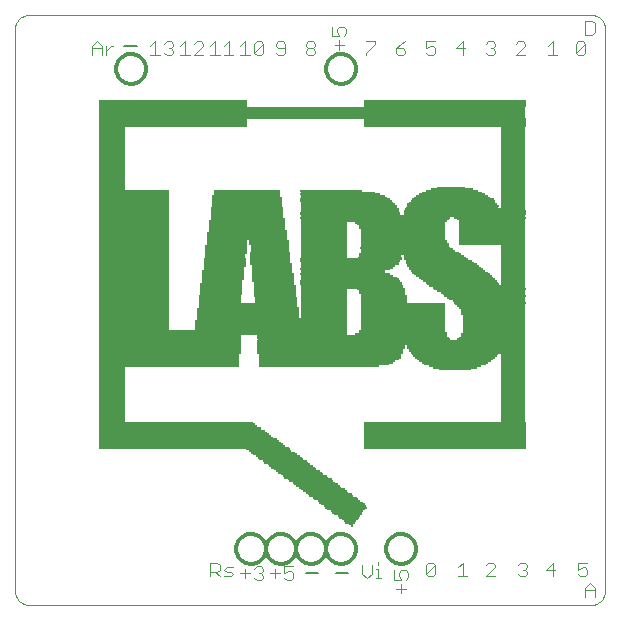
<source format=gto>
G75*
G70*
%OFA0B0*%
%FSLAX24Y24*%
%IPPOS*%
%LPD*%
%AMOC8*
5,1,8,0,0,1.08239X$1,22.5*
%
%ADD10C,0.0004*%
%ADD11C,0.0040*%
%ADD12C,0.0050*%
%ADD13C,0.0120*%
%ADD14R,0.0111X0.0056*%
%ADD15R,0.0166X0.0056*%
%ADD16R,0.0334X0.0056*%
%ADD17R,0.0444X0.0056*%
%ADD18R,0.0556X0.0056*%
%ADD19R,0.0667X0.0056*%
%ADD20R,0.0777X0.0056*%
%ADD21R,0.0944X0.0056*%
%ADD22R,0.1000X0.0056*%
%ADD23R,0.1112X0.0056*%
%ADD24R,0.1278X0.0056*%
%ADD25R,0.1389X0.0056*%
%ADD26R,0.1445X0.0056*%
%ADD27R,0.1500X0.0056*%
%ADD28R,0.1444X0.0056*%
%ADD29R,0.1500X0.0056*%
%ADD30R,0.1445X0.0056*%
%ADD31R,0.1444X0.0056*%
%ADD32R,0.1444X0.0056*%
%ADD33R,0.1444X0.0056*%
%ADD34R,0.6334X0.0056*%
%ADD35R,0.5388X0.0056*%
%ADD36R,0.6222X0.0056*%
%ADD37R,0.5388X0.0056*%
%ADD38R,0.6167X0.0056*%
%ADD39R,0.6056X0.0056*%
%ADD40R,0.6000X0.0056*%
%ADD41R,0.5945X0.0056*%
%ADD42R,0.5834X0.0056*%
%ADD43R,0.5778X0.0056*%
%ADD44R,0.5667X0.0056*%
%ADD45R,0.5611X0.0056*%
%ADD46R,0.5556X0.0056*%
%ADD47R,0.5445X0.0056*%
%ADD48R,0.5389X0.0056*%
%ADD49R,0.5278X0.0056*%
%ADD50R,0.5222X0.0056*%
%ADD51R,0.5167X0.0056*%
%ADD52R,0.0889X0.0056*%
%ADD53R,0.0833X0.0056*%
%ADD54R,0.0889X0.0056*%
%ADD55R,0.0833X0.0056*%
%ADD56R,0.1055X0.0056*%
%ADD57R,0.4667X0.0056*%
%ADD58R,0.4000X0.0056*%
%ADD59R,0.1778X0.0056*%
%ADD60R,0.4667X0.0056*%
%ADD61R,0.4333X0.0056*%
%ADD62R,0.2055X0.0056*%
%ADD63R,0.4500X0.0056*%
%ADD64R,0.2222X0.0056*%
%ADD65R,0.4555X0.0056*%
%ADD66R,0.2444X0.0056*%
%ADD67R,0.4666X0.0056*%
%ADD68R,0.2556X0.0056*%
%ADD69R,0.4722X0.0056*%
%ADD70R,0.2666X0.0056*%
%ADD71R,0.4722X0.0056*%
%ADD72R,0.2833X0.0056*%
%ADD73R,0.4777X0.0056*%
%ADD74R,0.2889X0.0056*%
%ADD75R,0.4889X0.0056*%
%ADD76R,0.3833X0.0056*%
%ADD77R,0.4889X0.0056*%
%ADD78R,0.3888X0.0056*%
%ADD79R,0.3888X0.0056*%
%ADD80R,0.4944X0.0056*%
%ADD81R,0.3944X0.0056*%
%ADD82R,0.4944X0.0056*%
%ADD83R,0.3944X0.0056*%
%ADD84R,0.8944X0.0056*%
%ADD85R,0.8944X0.0056*%
%ADD86R,0.6444X0.0056*%
%ADD87R,0.2277X0.0056*%
%ADD88R,0.6389X0.0056*%
%ADD89R,0.2222X0.0056*%
%ADD90R,0.6333X0.0056*%
%ADD91R,0.2166X0.0056*%
%ADD92R,0.8278X0.0056*%
%ADD93R,0.3055X0.0056*%
%ADD94R,0.2166X0.0056*%
%ADD95R,0.8278X0.0056*%
%ADD96R,0.2944X0.0056*%
%ADD97R,0.2111X0.0056*%
%ADD98R,0.2111X0.0056*%
%ADD99R,0.2334X0.0056*%
%ADD100R,0.5056X0.0056*%
%ADD101R,0.2834X0.0056*%
%ADD102R,0.2334X0.0056*%
%ADD103R,0.5056X0.0056*%
%ADD104R,0.2834X0.0056*%
%ADD105R,0.5000X0.0056*%
%ADD106R,0.3389X0.0056*%
%ADD107R,0.1556X0.0056*%
%ADD108R,0.3389X0.0056*%
%ADD109R,0.1556X0.0056*%
%ADD110R,0.3333X0.0056*%
%ADD111R,0.3277X0.0056*%
%ADD112R,0.2277X0.0056*%
%ADD113R,0.3277X0.0056*%
%ADD114R,0.2333X0.0056*%
%ADD115R,0.1388X0.0056*%
%ADD116R,0.1389X0.0056*%
%ADD117R,0.2388X0.0056*%
%ADD118R,0.1388X0.0056*%
%ADD119R,0.1389X0.0056*%
%ADD120R,0.2444X0.0056*%
%ADD121R,0.2555X0.0056*%
%ADD122R,0.2611X0.0056*%
%ADD123R,0.2722X0.0056*%
%ADD124R,0.2777X0.0056*%
%ADD125R,0.1555X0.0056*%
%ADD126R,0.2833X0.0056*%
%ADD127R,0.1389X0.0056*%
%ADD128R,0.1555X0.0056*%
%ADD129R,0.2944X0.0056*%
%ADD130R,0.1611X0.0056*%
%ADD131R,0.3445X0.0056*%
%ADD132R,0.3111X0.0056*%
%ADD133R,0.3445X0.0056*%
%ADD134R,0.3222X0.0056*%
%ADD135R,0.1333X0.0056*%
%ADD136R,0.3389X0.0056*%
%ADD137R,0.2389X0.0056*%
%ADD138R,0.1333X0.0056*%
%ADD139R,0.3389X0.0056*%
%ADD140R,0.2445X0.0056*%
%ADD141R,0.3334X0.0056*%
%ADD142R,0.2500X0.0056*%
%ADD143R,0.3278X0.0056*%
%ADD144R,0.2500X0.0056*%
%ADD145R,0.3223X0.0056*%
%ADD146R,0.3112X0.0056*%
%ADD147R,0.3000X0.0056*%
%ADD148R,0.2556X0.0056*%
%ADD149R,0.1334X0.0056*%
%ADD150R,0.1334X0.0056*%
%ADD151R,0.1334X0.0056*%
%ADD152R,0.3000X0.0056*%
%ADD153R,0.1334X0.0056*%
%ADD154R,0.3112X0.0056*%
%ADD155R,0.3167X0.0056*%
%ADD156R,0.2389X0.0056*%
%ADD157R,0.2333X0.0056*%
%ADD158R,0.2278X0.0056*%
%ADD159R,0.2223X0.0056*%
%ADD160R,0.2167X0.0056*%
%ADD161R,0.2111X0.0056*%
%ADD162R,0.2000X0.0056*%
%ADD163R,0.1278X0.0056*%
%ADD164R,0.2945X0.0056*%
%ADD165R,0.2945X0.0056*%
%ADD166R,0.2889X0.0056*%
%ADD167R,0.2667X0.0056*%
%ADD168R,0.2667X0.0056*%
%ADD169R,0.2611X0.0056*%
%ADD170R,0.2555X0.0056*%
%ADD171R,0.4889X0.0056*%
%ADD172R,0.4945X0.0056*%
%ADD173R,0.2388X0.0056*%
%ADD174R,0.2445X0.0056*%
%ADD175R,0.7500X0.0056*%
%ADD176R,0.3334X0.0056*%
%ADD177R,0.4055X0.0056*%
%ADD178R,0.4055X0.0056*%
%ADD179R,0.3278X0.0056*%
%ADD180R,0.2333X0.0056*%
%ADD181R,0.3223X0.0056*%
%ADD182R,0.3056X0.0056*%
%ADD183R,0.3167X0.0056*%
%ADD184R,0.2888X0.0056*%
%ADD185R,0.2833X0.0056*%
%ADD186R,0.2722X0.0056*%
%ADD187R,0.2556X0.0056*%
%ADD188R,0.2667X0.0056*%
%ADD189R,0.2222X0.0056*%
%ADD190R,0.2056X0.0056*%
%ADD191R,0.1778X0.0056*%
%ADD192R,0.4945X0.0056*%
%ADD193R,1.4222X0.0056*%
%ADD194R,1.4222X0.0056*%
D10*
X000611Y000363D02*
X009953Y000363D01*
X019296Y000363D01*
X019340Y000365D01*
X019383Y000371D01*
X019425Y000380D01*
X019467Y000393D01*
X019507Y000410D01*
X019546Y000430D01*
X019583Y000453D01*
X019617Y000480D01*
X019650Y000509D01*
X019679Y000542D01*
X019706Y000576D01*
X019729Y000613D01*
X019749Y000652D01*
X019766Y000692D01*
X019779Y000734D01*
X019788Y000776D01*
X019794Y000819D01*
X019796Y000863D01*
X019796Y010955D01*
X019796Y019548D01*
X019794Y019592D01*
X019788Y019635D01*
X019779Y019677D01*
X019766Y019719D01*
X019749Y019759D01*
X019729Y019798D01*
X019706Y019835D01*
X019679Y019869D01*
X019650Y019902D01*
X019617Y019931D01*
X019583Y019958D01*
X019546Y019981D01*
X019507Y020001D01*
X019467Y020018D01*
X019425Y020031D01*
X019383Y020040D01*
X019340Y020046D01*
X019296Y020048D01*
X009953Y020048D01*
X000611Y020048D01*
X000567Y020046D01*
X000524Y020040D01*
X000482Y020031D01*
X000440Y020018D01*
X000400Y020001D01*
X000361Y019981D01*
X000324Y019958D01*
X000290Y019931D01*
X000257Y019902D01*
X000228Y019869D01*
X000201Y019835D01*
X000178Y019798D01*
X000158Y019759D01*
X000141Y019719D01*
X000128Y019677D01*
X000119Y019635D01*
X000113Y019592D01*
X000111Y019548D01*
X000111Y010205D01*
X000111Y000863D01*
X000113Y000819D01*
X000119Y000776D01*
X000128Y000734D01*
X000141Y000692D01*
X000158Y000652D01*
X000178Y000613D01*
X000201Y000576D01*
X000228Y000542D01*
X000257Y000509D01*
X000290Y000480D01*
X000324Y000453D01*
X000361Y000430D01*
X000400Y000410D01*
X000440Y000393D01*
X000482Y000380D01*
X000524Y000371D01*
X000567Y000365D01*
X000611Y000363D01*
D11*
X006631Y001320D02*
X006631Y001781D01*
X006861Y001781D01*
X006938Y001704D01*
X006938Y001551D01*
X006861Y001474D01*
X006631Y001474D01*
X006784Y001474D02*
X006938Y001320D01*
X007091Y001320D02*
X007321Y001320D01*
X007398Y001397D01*
X007321Y001474D01*
X007168Y001474D01*
X007091Y001551D01*
X007168Y001627D01*
X007398Y001627D01*
X007631Y001425D02*
X007938Y001425D01*
X008091Y001272D02*
X008168Y001195D01*
X008321Y001195D01*
X008398Y001272D01*
X008398Y001349D01*
X008321Y001425D01*
X008245Y001425D01*
X008321Y001425D02*
X008398Y001502D01*
X008398Y001579D01*
X008321Y001656D01*
X008168Y001656D01*
X008091Y001579D01*
X007784Y001579D02*
X007784Y001272D01*
X008631Y001425D02*
X008938Y001425D01*
X009091Y001425D02*
X009245Y001502D01*
X009321Y001502D01*
X009398Y001425D01*
X009398Y001272D01*
X009321Y001195D01*
X009168Y001195D01*
X009091Y001272D01*
X009091Y001425D02*
X009091Y001656D01*
X009398Y001656D01*
X008784Y001579D02*
X008784Y001272D01*
X011693Y001411D02*
X011847Y001258D01*
X012000Y001411D01*
X012000Y001718D01*
X012154Y001565D02*
X012230Y001565D01*
X012230Y001258D01*
X012154Y001258D02*
X012307Y001258D01*
X012230Y001718D02*
X012230Y001795D01*
X011693Y001718D02*
X011693Y001411D01*
X012756Y001525D02*
X012756Y001218D01*
X012986Y001218D01*
X012909Y001372D01*
X012909Y001448D01*
X012986Y001525D01*
X013139Y001525D01*
X013216Y001448D01*
X013216Y001295D01*
X013139Y001218D01*
X012986Y001065D02*
X012986Y000758D01*
X013139Y000911D02*
X012832Y000911D01*
X013818Y001397D02*
X014125Y001704D01*
X014125Y001397D01*
X014049Y001320D01*
X013895Y001320D01*
X013818Y001397D01*
X013818Y001704D01*
X013895Y001781D01*
X014049Y001781D01*
X014125Y001704D01*
X014881Y001627D02*
X015034Y001781D01*
X015034Y001320D01*
X014881Y001320D02*
X015188Y001320D01*
X015818Y001320D02*
X016125Y001627D01*
X016125Y001704D01*
X016049Y001781D01*
X015895Y001781D01*
X015818Y001704D01*
X015818Y001320D02*
X016125Y001320D01*
X016881Y001397D02*
X016958Y001320D01*
X017111Y001320D01*
X017188Y001397D01*
X017188Y001474D01*
X017111Y001550D01*
X017034Y001550D01*
X017111Y001550D02*
X017188Y001627D01*
X017188Y001704D01*
X017111Y001781D01*
X016958Y001781D01*
X016881Y001704D01*
X017818Y001550D02*
X018125Y001550D01*
X018049Y001320D02*
X018049Y001781D01*
X017818Y001550D01*
X018881Y001550D02*
X019034Y001627D01*
X019111Y001627D01*
X019188Y001550D01*
X019188Y001397D01*
X019111Y001320D01*
X018958Y001320D01*
X018881Y001397D01*
X018881Y001550D02*
X018881Y001781D01*
X019188Y001781D01*
X019284Y001093D02*
X019438Y000940D01*
X019438Y000633D01*
X019438Y000863D02*
X019131Y000863D01*
X019131Y000940D02*
X019284Y001093D01*
X019131Y000940D02*
X019131Y000633D01*
X019049Y018695D02*
X018895Y018695D01*
X018818Y018772D01*
X019125Y019079D01*
X019125Y018772D01*
X019049Y018695D01*
X018818Y018772D02*
X018818Y019079D01*
X018895Y019156D01*
X019049Y019156D01*
X019125Y019079D01*
X019131Y019383D02*
X019361Y019383D01*
X019438Y019460D01*
X019438Y019766D01*
X019361Y019843D01*
X019131Y019843D01*
X019131Y019383D01*
X018188Y018695D02*
X017881Y018695D01*
X018034Y018695D02*
X018034Y019156D01*
X017881Y019002D01*
X017125Y019002D02*
X017125Y019079D01*
X017049Y019156D01*
X016895Y019156D01*
X016818Y019079D01*
X017125Y019002D02*
X016818Y018695D01*
X017125Y018695D01*
X016125Y018772D02*
X016049Y018695D01*
X015895Y018695D01*
X015818Y018772D01*
X015972Y018926D02*
X016049Y018926D01*
X016125Y018849D01*
X016125Y018772D01*
X016049Y018926D02*
X016125Y019002D01*
X016125Y019079D01*
X016049Y019156D01*
X015895Y019156D01*
X015818Y019079D01*
X015125Y018925D02*
X014818Y018925D01*
X015049Y019156D01*
X015049Y018695D01*
X014125Y018772D02*
X014049Y018695D01*
X013895Y018695D01*
X013818Y018772D01*
X013818Y018925D02*
X013972Y019002D01*
X014049Y019002D01*
X014125Y018925D01*
X014125Y018772D01*
X013818Y018925D02*
X013818Y019156D01*
X014125Y019156D01*
X013125Y019156D02*
X012972Y019079D01*
X012818Y018926D01*
X013049Y018926D01*
X013125Y018849D01*
X013125Y018772D01*
X013049Y018695D01*
X012895Y018695D01*
X012818Y018772D01*
X012818Y018926D01*
X012125Y019079D02*
X011818Y018772D01*
X011818Y018695D01*
X011818Y019156D02*
X012125Y019156D01*
X012125Y019079D01*
X011153Y019420D02*
X011077Y019343D01*
X011153Y019420D02*
X011153Y019573D01*
X011077Y019650D01*
X010923Y019650D01*
X010846Y019573D01*
X010846Y019497D01*
X010923Y019343D01*
X010693Y019343D01*
X010693Y019650D01*
X010923Y019190D02*
X010923Y018883D01*
X010770Y019036D02*
X011077Y019036D01*
X010125Y019002D02*
X010049Y018925D01*
X009895Y018925D01*
X009818Y019002D01*
X009818Y019079D01*
X009895Y019156D01*
X010049Y019156D01*
X010125Y019079D01*
X010125Y019002D01*
X010049Y018925D02*
X010125Y018849D01*
X010125Y018772D01*
X010049Y018695D01*
X009895Y018695D01*
X009818Y018772D01*
X009818Y018849D01*
X009895Y018925D01*
X009125Y018926D02*
X008895Y018926D01*
X008818Y019002D01*
X008818Y019079D01*
X008895Y019156D01*
X009049Y019156D01*
X009125Y019079D01*
X009125Y018772D01*
X009049Y018695D01*
X008895Y018695D01*
X008818Y018772D01*
X008398Y018772D02*
X008398Y019079D01*
X008091Y018772D01*
X008168Y018695D01*
X008321Y018695D01*
X008398Y018772D01*
X008091Y018772D02*
X008091Y019079D01*
X008168Y019156D01*
X008321Y019156D01*
X008398Y019079D01*
X007938Y018695D02*
X007631Y018695D01*
X007784Y018695D02*
X007784Y019156D01*
X007631Y019002D01*
X007398Y018695D02*
X007091Y018695D01*
X006938Y018695D02*
X006631Y018695D01*
X006784Y018695D02*
X006784Y019156D01*
X006631Y019002D01*
X006398Y019002D02*
X006398Y019079D01*
X006321Y019156D01*
X006168Y019156D01*
X006091Y019079D01*
X005784Y019156D02*
X005784Y018695D01*
X005631Y018695D02*
X005938Y018695D01*
X006091Y018695D02*
X006398Y019002D01*
X006398Y018695D02*
X006091Y018695D01*
X005631Y019002D02*
X005784Y019156D01*
X005398Y019079D02*
X005398Y019002D01*
X005321Y018925D01*
X005398Y018849D01*
X005398Y018772D01*
X005321Y018695D01*
X005168Y018695D01*
X005091Y018772D01*
X004938Y018695D02*
X004631Y018695D01*
X004784Y018695D02*
X004784Y019156D01*
X004631Y019002D01*
X005091Y019079D02*
X005168Y019156D01*
X005321Y019156D01*
X005398Y019079D01*
X005321Y018925D02*
X005245Y018925D01*
X007091Y019002D02*
X007245Y019156D01*
X007245Y018695D01*
X003384Y019002D02*
X003307Y019002D01*
X003154Y018849D01*
X003154Y019002D02*
X003154Y018695D01*
X003000Y018695D02*
X003000Y019002D01*
X002847Y019156D01*
X002693Y019002D01*
X002693Y018695D01*
X002693Y018925D02*
X003000Y018925D01*
D12*
X003761Y019006D02*
X004168Y019006D01*
X009823Y001443D02*
X010230Y001443D01*
X010823Y001443D02*
X011230Y001443D01*
D13*
X010486Y002238D02*
X010488Y002282D01*
X010494Y002326D01*
X010504Y002369D01*
X010517Y002411D01*
X010534Y002452D01*
X010555Y002491D01*
X010579Y002528D01*
X010606Y002563D01*
X010636Y002595D01*
X010669Y002625D01*
X010705Y002651D01*
X010742Y002675D01*
X010782Y002694D01*
X010823Y002711D01*
X010866Y002723D01*
X010909Y002732D01*
X010953Y002737D01*
X010997Y002738D01*
X011041Y002735D01*
X011085Y002728D01*
X011128Y002717D01*
X011170Y002703D01*
X011210Y002685D01*
X011249Y002663D01*
X011285Y002639D01*
X011319Y002611D01*
X011351Y002580D01*
X011380Y002546D01*
X011406Y002510D01*
X011428Y002472D01*
X011447Y002432D01*
X011462Y002390D01*
X011474Y002348D01*
X011482Y002304D01*
X011486Y002260D01*
X011486Y002216D01*
X011482Y002172D01*
X011474Y002128D01*
X011462Y002086D01*
X011447Y002044D01*
X011428Y002004D01*
X011406Y001966D01*
X011380Y001930D01*
X011351Y001896D01*
X011319Y001865D01*
X011285Y001837D01*
X011249Y001813D01*
X011210Y001791D01*
X011170Y001773D01*
X011128Y001759D01*
X011085Y001748D01*
X011041Y001741D01*
X010997Y001738D01*
X010953Y001739D01*
X010909Y001744D01*
X010866Y001753D01*
X010823Y001765D01*
X010782Y001782D01*
X010742Y001801D01*
X010705Y001825D01*
X010669Y001851D01*
X010636Y001881D01*
X010606Y001913D01*
X010579Y001948D01*
X010555Y001985D01*
X010534Y002024D01*
X010517Y002065D01*
X010504Y002107D01*
X010494Y002150D01*
X010488Y002194D01*
X010486Y002238D01*
X009486Y002238D02*
X009488Y002282D01*
X009494Y002326D01*
X009504Y002369D01*
X009517Y002411D01*
X009534Y002452D01*
X009555Y002491D01*
X009579Y002528D01*
X009606Y002563D01*
X009636Y002595D01*
X009669Y002625D01*
X009705Y002651D01*
X009742Y002675D01*
X009782Y002694D01*
X009823Y002711D01*
X009866Y002723D01*
X009909Y002732D01*
X009953Y002737D01*
X009997Y002738D01*
X010041Y002735D01*
X010085Y002728D01*
X010128Y002717D01*
X010170Y002703D01*
X010210Y002685D01*
X010249Y002663D01*
X010285Y002639D01*
X010319Y002611D01*
X010351Y002580D01*
X010380Y002546D01*
X010406Y002510D01*
X010428Y002472D01*
X010447Y002432D01*
X010462Y002390D01*
X010474Y002348D01*
X010482Y002304D01*
X010486Y002260D01*
X010486Y002216D01*
X010482Y002172D01*
X010474Y002128D01*
X010462Y002086D01*
X010447Y002044D01*
X010428Y002004D01*
X010406Y001966D01*
X010380Y001930D01*
X010351Y001896D01*
X010319Y001865D01*
X010285Y001837D01*
X010249Y001813D01*
X010210Y001791D01*
X010170Y001773D01*
X010128Y001759D01*
X010085Y001748D01*
X010041Y001741D01*
X009997Y001738D01*
X009953Y001739D01*
X009909Y001744D01*
X009866Y001753D01*
X009823Y001765D01*
X009782Y001782D01*
X009742Y001801D01*
X009705Y001825D01*
X009669Y001851D01*
X009636Y001881D01*
X009606Y001913D01*
X009579Y001948D01*
X009555Y001985D01*
X009534Y002024D01*
X009517Y002065D01*
X009504Y002107D01*
X009494Y002150D01*
X009488Y002194D01*
X009486Y002238D01*
X008486Y002238D02*
X008488Y002282D01*
X008494Y002326D01*
X008504Y002369D01*
X008517Y002411D01*
X008534Y002452D01*
X008555Y002491D01*
X008579Y002528D01*
X008606Y002563D01*
X008636Y002595D01*
X008669Y002625D01*
X008705Y002651D01*
X008742Y002675D01*
X008782Y002694D01*
X008823Y002711D01*
X008866Y002723D01*
X008909Y002732D01*
X008953Y002737D01*
X008997Y002738D01*
X009041Y002735D01*
X009085Y002728D01*
X009128Y002717D01*
X009170Y002703D01*
X009210Y002685D01*
X009249Y002663D01*
X009285Y002639D01*
X009319Y002611D01*
X009351Y002580D01*
X009380Y002546D01*
X009406Y002510D01*
X009428Y002472D01*
X009447Y002432D01*
X009462Y002390D01*
X009474Y002348D01*
X009482Y002304D01*
X009486Y002260D01*
X009486Y002216D01*
X009482Y002172D01*
X009474Y002128D01*
X009462Y002086D01*
X009447Y002044D01*
X009428Y002004D01*
X009406Y001966D01*
X009380Y001930D01*
X009351Y001896D01*
X009319Y001865D01*
X009285Y001837D01*
X009249Y001813D01*
X009210Y001791D01*
X009170Y001773D01*
X009128Y001759D01*
X009085Y001748D01*
X009041Y001741D01*
X008997Y001738D01*
X008953Y001739D01*
X008909Y001744D01*
X008866Y001753D01*
X008823Y001765D01*
X008782Y001782D01*
X008742Y001801D01*
X008705Y001825D01*
X008669Y001851D01*
X008636Y001881D01*
X008606Y001913D01*
X008579Y001948D01*
X008555Y001985D01*
X008534Y002024D01*
X008517Y002065D01*
X008504Y002107D01*
X008494Y002150D01*
X008488Y002194D01*
X008486Y002238D01*
X007486Y002238D02*
X007488Y002282D01*
X007494Y002326D01*
X007504Y002369D01*
X007517Y002411D01*
X007534Y002452D01*
X007555Y002491D01*
X007579Y002528D01*
X007606Y002563D01*
X007636Y002595D01*
X007669Y002625D01*
X007705Y002651D01*
X007742Y002675D01*
X007782Y002694D01*
X007823Y002711D01*
X007866Y002723D01*
X007909Y002732D01*
X007953Y002737D01*
X007997Y002738D01*
X008041Y002735D01*
X008085Y002728D01*
X008128Y002717D01*
X008170Y002703D01*
X008210Y002685D01*
X008249Y002663D01*
X008285Y002639D01*
X008319Y002611D01*
X008351Y002580D01*
X008380Y002546D01*
X008406Y002510D01*
X008428Y002472D01*
X008447Y002432D01*
X008462Y002390D01*
X008474Y002348D01*
X008482Y002304D01*
X008486Y002260D01*
X008486Y002216D01*
X008482Y002172D01*
X008474Y002128D01*
X008462Y002086D01*
X008447Y002044D01*
X008428Y002004D01*
X008406Y001966D01*
X008380Y001930D01*
X008351Y001896D01*
X008319Y001865D01*
X008285Y001837D01*
X008249Y001813D01*
X008210Y001791D01*
X008170Y001773D01*
X008128Y001759D01*
X008085Y001748D01*
X008041Y001741D01*
X007997Y001738D01*
X007953Y001739D01*
X007909Y001744D01*
X007866Y001753D01*
X007823Y001765D01*
X007782Y001782D01*
X007742Y001801D01*
X007705Y001825D01*
X007669Y001851D01*
X007636Y001881D01*
X007606Y001913D01*
X007579Y001948D01*
X007555Y001985D01*
X007534Y002024D01*
X007517Y002065D01*
X007504Y002107D01*
X007494Y002150D01*
X007488Y002194D01*
X007486Y002238D01*
X012486Y002238D02*
X012488Y002282D01*
X012494Y002326D01*
X012504Y002369D01*
X012517Y002411D01*
X012534Y002452D01*
X012555Y002491D01*
X012579Y002528D01*
X012606Y002563D01*
X012636Y002595D01*
X012669Y002625D01*
X012705Y002651D01*
X012742Y002675D01*
X012782Y002694D01*
X012823Y002711D01*
X012866Y002723D01*
X012909Y002732D01*
X012953Y002737D01*
X012997Y002738D01*
X013041Y002735D01*
X013085Y002728D01*
X013128Y002717D01*
X013170Y002703D01*
X013210Y002685D01*
X013249Y002663D01*
X013285Y002639D01*
X013319Y002611D01*
X013351Y002580D01*
X013380Y002546D01*
X013406Y002510D01*
X013428Y002472D01*
X013447Y002432D01*
X013462Y002390D01*
X013474Y002348D01*
X013482Y002304D01*
X013486Y002260D01*
X013486Y002216D01*
X013482Y002172D01*
X013474Y002128D01*
X013462Y002086D01*
X013447Y002044D01*
X013428Y002004D01*
X013406Y001966D01*
X013380Y001930D01*
X013351Y001896D01*
X013319Y001865D01*
X013285Y001837D01*
X013249Y001813D01*
X013210Y001791D01*
X013170Y001773D01*
X013128Y001759D01*
X013085Y001748D01*
X013041Y001741D01*
X012997Y001738D01*
X012953Y001739D01*
X012909Y001744D01*
X012866Y001753D01*
X012823Y001765D01*
X012782Y001782D01*
X012742Y001801D01*
X012705Y001825D01*
X012669Y001851D01*
X012636Y001881D01*
X012606Y001913D01*
X012579Y001948D01*
X012555Y001985D01*
X012534Y002024D01*
X012517Y002065D01*
X012504Y002107D01*
X012494Y002150D01*
X012488Y002194D01*
X012486Y002238D01*
X010486Y018238D02*
X010488Y018282D01*
X010494Y018326D01*
X010504Y018369D01*
X010517Y018411D01*
X010534Y018452D01*
X010555Y018491D01*
X010579Y018528D01*
X010606Y018563D01*
X010636Y018595D01*
X010669Y018625D01*
X010705Y018651D01*
X010742Y018675D01*
X010782Y018694D01*
X010823Y018711D01*
X010866Y018723D01*
X010909Y018732D01*
X010953Y018737D01*
X010997Y018738D01*
X011041Y018735D01*
X011085Y018728D01*
X011128Y018717D01*
X011170Y018703D01*
X011210Y018685D01*
X011249Y018663D01*
X011285Y018639D01*
X011319Y018611D01*
X011351Y018580D01*
X011380Y018546D01*
X011406Y018510D01*
X011428Y018472D01*
X011447Y018432D01*
X011462Y018390D01*
X011474Y018348D01*
X011482Y018304D01*
X011486Y018260D01*
X011486Y018216D01*
X011482Y018172D01*
X011474Y018128D01*
X011462Y018086D01*
X011447Y018044D01*
X011428Y018004D01*
X011406Y017966D01*
X011380Y017930D01*
X011351Y017896D01*
X011319Y017865D01*
X011285Y017837D01*
X011249Y017813D01*
X011210Y017791D01*
X011170Y017773D01*
X011128Y017759D01*
X011085Y017748D01*
X011041Y017741D01*
X010997Y017738D01*
X010953Y017739D01*
X010909Y017744D01*
X010866Y017753D01*
X010823Y017765D01*
X010782Y017782D01*
X010742Y017801D01*
X010705Y017825D01*
X010669Y017851D01*
X010636Y017881D01*
X010606Y017913D01*
X010579Y017948D01*
X010555Y017985D01*
X010534Y018024D01*
X010517Y018065D01*
X010504Y018107D01*
X010494Y018150D01*
X010488Y018194D01*
X010486Y018238D01*
X003486Y018238D02*
X003488Y018282D01*
X003494Y018326D01*
X003504Y018369D01*
X003517Y018411D01*
X003534Y018452D01*
X003555Y018491D01*
X003579Y018528D01*
X003606Y018563D01*
X003636Y018595D01*
X003669Y018625D01*
X003705Y018651D01*
X003742Y018675D01*
X003782Y018694D01*
X003823Y018711D01*
X003866Y018723D01*
X003909Y018732D01*
X003953Y018737D01*
X003997Y018738D01*
X004041Y018735D01*
X004085Y018728D01*
X004128Y018717D01*
X004170Y018703D01*
X004210Y018685D01*
X004249Y018663D01*
X004285Y018639D01*
X004319Y018611D01*
X004351Y018580D01*
X004380Y018546D01*
X004406Y018510D01*
X004428Y018472D01*
X004447Y018432D01*
X004462Y018390D01*
X004474Y018348D01*
X004482Y018304D01*
X004486Y018260D01*
X004486Y018216D01*
X004482Y018172D01*
X004474Y018128D01*
X004462Y018086D01*
X004447Y018044D01*
X004428Y018004D01*
X004406Y017966D01*
X004380Y017930D01*
X004351Y017896D01*
X004319Y017865D01*
X004285Y017837D01*
X004249Y017813D01*
X004210Y017791D01*
X004170Y017773D01*
X004128Y017759D01*
X004085Y017748D01*
X004041Y017741D01*
X003997Y017738D01*
X003953Y017739D01*
X003909Y017744D01*
X003866Y017753D01*
X003823Y017765D01*
X003782Y017782D01*
X003742Y017801D01*
X003705Y017825D01*
X003669Y017851D01*
X003636Y017881D01*
X003606Y017913D01*
X003579Y017948D01*
X003555Y017985D01*
X003534Y018024D01*
X003517Y018065D01*
X003504Y018107D01*
X003494Y018150D01*
X003488Y018194D01*
X003486Y018238D01*
D14*
X011353Y003001D03*
D15*
X011326Y003057D03*
D16*
X011298Y003112D03*
D17*
X011298Y003168D03*
D18*
X011298Y003223D03*
D19*
X011242Y003279D03*
D20*
X011242Y003334D03*
D21*
X011215Y003390D03*
X014659Y014279D03*
D22*
X011187Y003446D03*
D23*
X011187Y003501D03*
D24*
X011159Y003557D03*
X008604Y012168D03*
X008604Y012334D03*
D25*
X008659Y011723D03*
X008714Y011390D03*
X008714Y011279D03*
X008714Y011223D03*
X006992Y011001D03*
X006992Y010890D03*
X006992Y010779D03*
X006992Y010723D03*
X007159Y012112D03*
X007159Y012223D03*
X007159Y012279D03*
X011159Y003612D03*
D26*
X011131Y003668D03*
X009242Y005057D03*
D27*
X009159Y005112D03*
X009326Y005001D03*
X008993Y005223D03*
X008937Y005279D03*
X008770Y005390D03*
X009604Y004779D03*
X009826Y004612D03*
X009993Y004501D03*
X010159Y004390D03*
X010381Y004223D03*
X010659Y004001D03*
X010826Y003890D03*
X010993Y003779D03*
X011048Y003723D03*
X014770Y008279D03*
X012381Y010723D03*
D28*
X010909Y003834D03*
D29*
X010770Y003946D03*
X010604Y004057D03*
X010437Y004168D03*
X010215Y004334D03*
X009937Y004557D03*
X009770Y004668D03*
X009548Y004834D03*
X009381Y004946D03*
X009104Y005168D03*
X008881Y005334D03*
X008715Y005446D03*
X008548Y005557D03*
X012270Y011946D03*
D30*
X008631Y005501D03*
X010520Y004112D03*
D31*
X010298Y004279D03*
X012298Y012001D03*
D32*
X010076Y004446D03*
D33*
X009687Y004723D03*
X009465Y004890D03*
X014687Y014223D03*
D34*
X006076Y005612D03*
D35*
X014437Y005612D03*
X014437Y005723D03*
X014437Y005779D03*
X014437Y005890D03*
X014437Y006001D03*
X014437Y006112D03*
X014437Y006223D03*
X014437Y006279D03*
X014437Y006390D03*
X014437Y016390D03*
X014437Y016501D03*
X014437Y017001D03*
X014437Y017112D03*
D36*
X006020Y005668D03*
D37*
X014437Y005668D03*
X014437Y005834D03*
X014437Y005946D03*
X014437Y006057D03*
X014437Y006168D03*
X014437Y006334D03*
X014437Y006446D03*
X014437Y016334D03*
X014437Y016446D03*
X014437Y016557D03*
X014437Y017057D03*
X014437Y017168D03*
D38*
X005992Y005723D03*
D39*
X005937Y005779D03*
D40*
X005909Y005834D03*
D41*
X005881Y005890D03*
D42*
X005826Y005946D03*
D43*
X005798Y006001D03*
D44*
X005742Y006057D03*
D45*
X005714Y006112D03*
D46*
X005687Y006168D03*
D47*
X005631Y006223D03*
D48*
X005603Y006279D03*
D49*
X005548Y006334D03*
D50*
X005520Y006390D03*
D51*
X005492Y006446D03*
D52*
X003353Y006501D03*
X003353Y006612D03*
X003353Y006723D03*
X003353Y006779D03*
X003353Y006890D03*
X003353Y007001D03*
X003353Y007112D03*
X003353Y007223D03*
X003353Y007279D03*
X003353Y007390D03*
X003353Y007501D03*
X003353Y007612D03*
X003353Y007723D03*
X003353Y007779D03*
X003353Y007890D03*
X003353Y008001D03*
X003353Y008112D03*
X003353Y008223D03*
X003353Y008279D03*
X003353Y014223D03*
X003353Y014279D03*
X003353Y014390D03*
X003353Y014501D03*
X003353Y014612D03*
X003353Y014723D03*
X003353Y014779D03*
X003353Y014890D03*
X003353Y015001D03*
X003353Y015112D03*
X003353Y015223D03*
X003353Y015279D03*
X003353Y015390D03*
X003353Y015501D03*
X003353Y015612D03*
X003353Y015723D03*
X003353Y015779D03*
X003353Y015890D03*
X003353Y016001D03*
X003353Y016112D03*
X003353Y016223D03*
X003353Y016279D03*
D53*
X016714Y016279D03*
X016714Y016223D03*
X016714Y016112D03*
X016714Y016001D03*
X016714Y015890D03*
X016714Y015779D03*
X016714Y015723D03*
X016714Y015612D03*
X016714Y015501D03*
X016714Y015390D03*
X016714Y015279D03*
X016714Y015223D03*
X016714Y015112D03*
X016714Y015001D03*
X016714Y014890D03*
X016714Y014779D03*
X016714Y014723D03*
X016714Y014612D03*
X016714Y014501D03*
X016714Y014390D03*
X016714Y014279D03*
X016714Y014223D03*
X016714Y014112D03*
X016714Y014001D03*
X016714Y013890D03*
X016714Y013779D03*
X016714Y013723D03*
X016714Y013612D03*
X016714Y012279D03*
X016714Y012223D03*
X016714Y012112D03*
X016714Y012001D03*
X016714Y011890D03*
X016714Y011779D03*
X016714Y011723D03*
X016714Y011612D03*
X016714Y011501D03*
X016714Y011390D03*
X016714Y011279D03*
X016714Y011223D03*
X016714Y011112D03*
X016714Y008723D03*
X016714Y008612D03*
X016714Y008501D03*
X016714Y008390D03*
X016714Y008279D03*
X016714Y008223D03*
X016714Y008112D03*
X016714Y008001D03*
X016714Y007890D03*
X016714Y007779D03*
X016714Y007723D03*
X016714Y007612D03*
X016714Y007501D03*
X016714Y007390D03*
X016714Y007279D03*
X016714Y007223D03*
X016714Y007112D03*
X016714Y007001D03*
X016714Y006890D03*
X016714Y006779D03*
X016714Y006723D03*
X016714Y006612D03*
X016714Y006501D03*
D54*
X003353Y006557D03*
X003353Y006668D03*
X003353Y006834D03*
X003353Y006946D03*
X003353Y007057D03*
X003353Y007168D03*
X003353Y007334D03*
X003353Y007446D03*
X003353Y007557D03*
X003353Y007668D03*
X003353Y007834D03*
X003353Y007946D03*
X003353Y008057D03*
X003353Y008168D03*
X003353Y014334D03*
X003353Y014446D03*
X003353Y014557D03*
X003353Y014668D03*
X003353Y014834D03*
X003353Y014946D03*
X003353Y015057D03*
X003353Y015168D03*
X003353Y015334D03*
X003353Y015446D03*
X003353Y015557D03*
X003353Y015668D03*
X003353Y015834D03*
X003353Y015946D03*
X003353Y016057D03*
X003353Y016168D03*
D55*
X016714Y016168D03*
X016714Y016057D03*
X016714Y015946D03*
X016714Y015834D03*
X016714Y015668D03*
X016714Y015557D03*
X016714Y015446D03*
X016714Y015334D03*
X016714Y015168D03*
X016714Y015057D03*
X016714Y014946D03*
X016714Y014834D03*
X016714Y014668D03*
X016714Y014557D03*
X016714Y014446D03*
X016714Y014334D03*
X016714Y014168D03*
X016714Y014057D03*
X016714Y013946D03*
X016714Y013834D03*
X016714Y013668D03*
X016714Y012334D03*
X016714Y012168D03*
X016714Y012057D03*
X016714Y011946D03*
X016714Y011834D03*
X016714Y011668D03*
X016714Y011557D03*
X016714Y011446D03*
X016714Y011334D03*
X016714Y011168D03*
X016714Y011057D03*
X016714Y008668D03*
X016714Y008557D03*
X016714Y008446D03*
X016714Y008334D03*
X016714Y008168D03*
X016714Y008057D03*
X016714Y007946D03*
X016714Y007834D03*
X016714Y007668D03*
X016714Y007557D03*
X016714Y007446D03*
X016714Y007334D03*
X016714Y007168D03*
X016714Y007057D03*
X016714Y006946D03*
X016714Y006834D03*
X016714Y006668D03*
X016714Y006557D03*
D56*
X014770Y008223D03*
D57*
X005242Y008334D03*
X005242Y008446D03*
X005242Y008557D03*
X005242Y008668D03*
D58*
X010243Y008334D03*
X015131Y013557D03*
D59*
X014798Y008334D03*
D60*
X005242Y008390D03*
X005242Y008501D03*
X005242Y008612D03*
X005242Y008723D03*
D61*
X010409Y008390D03*
D62*
X014770Y008390D03*
D63*
X010493Y008446D03*
D64*
X014798Y008446D03*
X016020Y012446D03*
X016020Y012557D03*
X016020Y012668D03*
X016020Y012834D03*
X016020Y012946D03*
X016020Y013057D03*
X016020Y013168D03*
X007854Y014057D03*
X007854Y014168D03*
D65*
X010520Y008501D03*
D66*
X014798Y008501D03*
D67*
X010576Y008557D03*
D68*
X014798Y008557D03*
D69*
X010604Y008612D03*
X005270Y008779D03*
X005270Y008890D03*
X005270Y009001D03*
X005270Y009112D03*
X005270Y009223D03*
X005270Y009279D03*
D70*
X014798Y008612D03*
D71*
X010604Y008668D03*
X005270Y008834D03*
X005270Y008946D03*
X005270Y009057D03*
X005270Y009168D03*
X005270Y009334D03*
D72*
X014770Y008668D03*
D73*
X010631Y008723D03*
D74*
X013020Y009501D03*
X014798Y008723D03*
X013075Y012501D03*
X013020Y013001D03*
D75*
X010631Y008890D03*
X010631Y008779D03*
D76*
X015214Y008779D03*
D77*
X010631Y008834D03*
D78*
X015187Y008834D03*
D79*
X015187Y008890D03*
D80*
X010659Y008946D03*
D81*
X015159Y008946D03*
D82*
X010659Y009001D03*
D83*
X015159Y009001D03*
D84*
X012659Y009057D03*
X012659Y009168D03*
D85*
X012659Y009112D03*
D86*
X011409Y009223D03*
D87*
X015992Y009223D03*
X015992Y013223D03*
D88*
X011381Y009279D03*
D89*
X016020Y009279D03*
X016020Y010279D03*
X016020Y012390D03*
X016020Y012501D03*
X016020Y012612D03*
X016020Y012723D03*
X016020Y012779D03*
X016020Y012890D03*
X016020Y013001D03*
X016020Y013112D03*
X007854Y014112D03*
D90*
X011353Y009334D03*
D91*
X016048Y009334D03*
X016048Y010057D03*
X016048Y010168D03*
D92*
X007048Y009501D03*
X007048Y009390D03*
D93*
X012992Y009390D03*
X015603Y010890D03*
D94*
X016048Y010223D03*
X016048Y010112D03*
X016048Y009390D03*
D95*
X007048Y009446D03*
D96*
X013048Y009446D03*
D97*
X016075Y009446D03*
X016075Y009557D03*
X016075Y009668D03*
X016075Y009834D03*
X016075Y009946D03*
D98*
X016075Y010001D03*
X016075Y009890D03*
X016075Y009779D03*
X016075Y009723D03*
X016075Y009612D03*
X016075Y009501D03*
D99*
X004076Y009557D03*
X004076Y009668D03*
X004076Y009834D03*
X004076Y009946D03*
X004076Y010057D03*
X004076Y010168D03*
X004076Y010334D03*
X004076Y010446D03*
X004076Y010557D03*
X004076Y010668D03*
X004076Y010834D03*
X004076Y010946D03*
X004076Y011057D03*
X004076Y011168D03*
X004076Y011334D03*
X004076Y011446D03*
X004076Y011557D03*
X004076Y011668D03*
X004076Y011834D03*
X004076Y011946D03*
X004076Y012057D03*
X004076Y012168D03*
X004076Y012334D03*
X004076Y012446D03*
X004076Y012557D03*
X004076Y012668D03*
X004076Y012834D03*
X004076Y012946D03*
X004076Y013057D03*
X004076Y013168D03*
X004076Y013334D03*
X004076Y013446D03*
X004076Y013557D03*
X004076Y013668D03*
X004076Y013834D03*
X004076Y013946D03*
X004076Y014057D03*
X004076Y014168D03*
D100*
X008659Y009834D03*
X008659Y009668D03*
X008659Y009557D03*
D101*
X011048Y011446D03*
X013048Y012557D03*
X013048Y012668D03*
X013048Y012834D03*
X013048Y010334D03*
X013048Y010168D03*
X013048Y010057D03*
X013048Y009946D03*
X013048Y009834D03*
X013048Y009668D03*
X013048Y009557D03*
D102*
X004076Y009612D03*
X004076Y009723D03*
X004076Y009779D03*
X004076Y009890D03*
X004076Y010001D03*
X004076Y010112D03*
X004076Y010223D03*
X004076Y010279D03*
X004076Y010390D03*
X004076Y010501D03*
X004076Y010612D03*
X004076Y010723D03*
X004076Y010779D03*
X004076Y010890D03*
X004076Y011001D03*
X004076Y011112D03*
X004076Y011223D03*
X004076Y011279D03*
X004076Y011390D03*
X004076Y011501D03*
X004076Y011612D03*
X004076Y011723D03*
X004076Y011779D03*
X004076Y011890D03*
X004076Y012001D03*
X004076Y012112D03*
X004076Y012223D03*
X004076Y012279D03*
X004076Y012390D03*
X004076Y012501D03*
X004076Y012612D03*
X004076Y012723D03*
X004076Y012779D03*
X004076Y012890D03*
X004076Y013001D03*
X004076Y013112D03*
X004076Y013223D03*
X004076Y013279D03*
X004076Y013390D03*
X004076Y013501D03*
X004076Y013612D03*
X004076Y013723D03*
X004076Y013779D03*
X004076Y013890D03*
X004076Y014001D03*
X004076Y014112D03*
D103*
X008659Y009779D03*
X008659Y009723D03*
X008659Y009612D03*
D104*
X011048Y011501D03*
X013048Y010390D03*
X013048Y010279D03*
X013048Y010223D03*
X013048Y010112D03*
X013048Y010001D03*
X013048Y009890D03*
X013048Y009779D03*
X013048Y009723D03*
X013048Y009612D03*
X013048Y012612D03*
X013048Y012723D03*
X013048Y012779D03*
X013048Y012890D03*
X011048Y014001D03*
D105*
X012131Y013279D03*
X008687Y009890D03*
D106*
X007881Y009946D03*
X007881Y010057D03*
X007881Y010168D03*
D107*
X010409Y010168D03*
X010409Y010057D03*
X010409Y009946D03*
X010409Y010334D03*
X010409Y010446D03*
X010409Y010557D03*
X010409Y010668D03*
X010409Y010834D03*
X010409Y011946D03*
X010409Y012057D03*
X010409Y012168D03*
X010409Y012334D03*
X010409Y012446D03*
X010409Y012557D03*
X010409Y012668D03*
X010409Y012834D03*
X010409Y012946D03*
X010409Y013057D03*
X012409Y010668D03*
X012409Y010557D03*
X012409Y010446D03*
D108*
X007881Y010223D03*
X007881Y010112D03*
X007881Y010001D03*
D109*
X010409Y010001D03*
X010409Y010112D03*
X010409Y010223D03*
X010409Y010279D03*
X010409Y010390D03*
X010409Y010501D03*
X010409Y010612D03*
X010409Y010723D03*
X010409Y010779D03*
X010409Y010890D03*
X010409Y012001D03*
X010409Y012112D03*
X010409Y012223D03*
X010409Y012279D03*
X010409Y012390D03*
X010409Y012501D03*
X010409Y012612D03*
X010409Y012723D03*
X010409Y012779D03*
X010409Y012890D03*
X010409Y013001D03*
X010409Y013112D03*
X012409Y010612D03*
X012409Y010501D03*
D110*
X007909Y010279D03*
D111*
X007881Y010334D03*
D112*
X015992Y010334D03*
D113*
X007881Y010390D03*
D114*
X015964Y010390D03*
D115*
X006937Y010446D03*
X006937Y010557D03*
X006937Y010668D03*
D116*
X007048Y011334D03*
X007048Y011446D03*
X007103Y011668D03*
X007103Y011834D03*
X008770Y010946D03*
X008770Y010834D03*
X008770Y010668D03*
X008825Y010557D03*
X008825Y010446D03*
D117*
X015937Y010446D03*
D118*
X006937Y010501D03*
X006937Y010612D03*
D119*
X007048Y011223D03*
X007048Y011279D03*
X007048Y011390D03*
X007048Y011501D03*
X007103Y011723D03*
X007103Y011779D03*
X007103Y011890D03*
X008770Y011001D03*
X008770Y010890D03*
X008770Y010779D03*
X008770Y010723D03*
X008825Y010612D03*
X008825Y010501D03*
D120*
X014465Y011612D03*
X015909Y010501D03*
X014687Y014001D03*
D121*
X014631Y011446D03*
X014742Y011334D03*
X015853Y010557D03*
X007853Y012946D03*
X007853Y013057D03*
X007853Y013168D03*
D122*
X015825Y010612D03*
D123*
X015770Y010668D03*
D124*
X015742Y010723D03*
D125*
X012353Y010779D03*
D126*
X015714Y010779D03*
D127*
X008714Y011168D03*
X008714Y011334D03*
X006992Y011057D03*
X006992Y010946D03*
X006992Y010834D03*
X007159Y012168D03*
X007159Y012334D03*
D128*
X012353Y010834D03*
D129*
X015659Y010834D03*
D130*
X012325Y010890D03*
D131*
X011353Y010946D03*
D132*
X015575Y010946D03*
D133*
X011353Y011001D03*
D134*
X015520Y011001D03*
D135*
X008742Y011057D03*
X008631Y011834D03*
X008631Y011946D03*
X008631Y012057D03*
X007131Y012057D03*
X007131Y011946D03*
X007020Y011168D03*
D136*
X011325Y011057D03*
X013270Y012057D03*
D137*
X015048Y011057D03*
D138*
X008742Y011112D03*
X008631Y011779D03*
X008631Y011890D03*
X008631Y012001D03*
X008631Y012112D03*
X007131Y012001D03*
X007020Y011112D03*
D139*
X011325Y011112D03*
X011325Y011890D03*
D140*
X007853Y013279D03*
X007853Y013390D03*
X007853Y013501D03*
X007853Y013612D03*
X015020Y011112D03*
D141*
X011298Y011168D03*
X011298Y011834D03*
X011298Y013446D03*
D142*
X014493Y011557D03*
X014937Y011168D03*
D143*
X013270Y012112D03*
X011270Y011779D03*
X011270Y011723D03*
X011270Y011223D03*
X011270Y013501D03*
D144*
X010881Y014112D03*
X007881Y013223D03*
X014548Y011501D03*
X014826Y011279D03*
X014881Y011223D03*
D145*
X011242Y011279D03*
X011242Y013612D03*
D146*
X011187Y011334D03*
D147*
X011131Y011390D03*
X013131Y012279D03*
X012965Y013112D03*
X014687Y013723D03*
X011131Y013890D03*
D148*
X014687Y011390D03*
D149*
X008687Y011446D03*
X008687Y011557D03*
X008687Y011668D03*
X007187Y012446D03*
D150*
X007187Y012501D03*
X007187Y012390D03*
X008687Y011612D03*
X008687Y011501D03*
D151*
X008576Y012446D03*
X007076Y011557D03*
D152*
X011131Y011557D03*
D153*
X008576Y012390D03*
X008576Y012501D03*
X007076Y011612D03*
D154*
X011187Y011612D03*
X013187Y012223D03*
X014687Y013612D03*
X011187Y013779D03*
D155*
X011214Y011668D03*
X013214Y012168D03*
D156*
X014381Y011668D03*
D157*
X014353Y011723D03*
X007853Y013723D03*
X007853Y013779D03*
X007853Y013890D03*
D158*
X007826Y014001D03*
X014270Y011779D03*
D159*
X014242Y011834D03*
D160*
X014159Y011890D03*
D161*
X014131Y011946D03*
D162*
X014076Y012001D03*
X014687Y014112D03*
D163*
X008604Y012279D03*
X008604Y012223D03*
D164*
X012992Y013057D03*
X013103Y012334D03*
D165*
X013103Y012390D03*
D166*
X013075Y012446D03*
X013020Y012946D03*
X011075Y013946D03*
D167*
X007853Y012668D03*
X007853Y012557D03*
D168*
X007853Y012612D03*
X007853Y012723D03*
X007853Y012779D03*
D169*
X007881Y012834D03*
D170*
X007853Y012890D03*
X007853Y013001D03*
X007853Y013112D03*
D171*
X012075Y013168D03*
D172*
X012103Y013223D03*
X005381Y016390D03*
X005381Y016501D03*
X005381Y017001D03*
X005381Y017112D03*
D173*
X015937Y013279D03*
D174*
X007853Y013334D03*
X007853Y013446D03*
X007853Y013557D03*
D175*
X013381Y013334D03*
D176*
X011298Y013390D03*
D177*
X015103Y013390D03*
X015103Y013501D03*
D178*
X015103Y013446D03*
D179*
X011270Y013557D03*
D180*
X007853Y013668D03*
X007853Y013834D03*
X007853Y013946D03*
D181*
X011242Y013668D03*
D182*
X011159Y013834D03*
X014715Y013668D03*
D183*
X011214Y013723D03*
D184*
X014687Y013779D03*
D185*
X014714Y013834D03*
D186*
X014715Y013890D03*
D187*
X014687Y013946D03*
D188*
X010964Y014057D03*
D189*
X014687Y014057D03*
D190*
X010659Y014168D03*
D191*
X014687Y014168D03*
D192*
X005381Y016334D03*
X005381Y016446D03*
X005381Y016557D03*
X005381Y017057D03*
X005381Y017168D03*
D193*
X010020Y016890D03*
X010020Y016779D03*
X010020Y016723D03*
X010020Y016612D03*
D194*
X010020Y016668D03*
X010020Y016834D03*
X010020Y016946D03*
M02*

</source>
